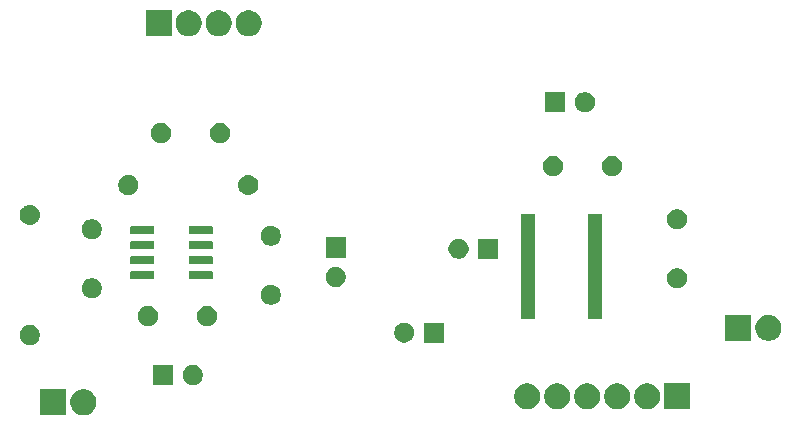
<source format=gts>
G04 #@! TF.GenerationSoftware,KiCad,Pcbnew,(5.1.2)-1*
G04 #@! TF.CreationDate,2019-12-18T16:16:50-05:00*
G04 #@! TF.ProjectId,adcBoard,61646342-6f61-4726-942e-6b696361645f,rev?*
G04 #@! TF.SameCoordinates,Original*
G04 #@! TF.FileFunction,Soldermask,Top*
G04 #@! TF.FilePolarity,Negative*
%FSLAX46Y46*%
G04 Gerber Fmt 4.6, Leading zero omitted, Abs format (unit mm)*
G04 Created by KiCad (PCBNEW (5.1.2)-1) date 2019-12-18 16:16:50*
%MOMM*%
%LPD*%
G04 APERTURE LIST*
%ADD10C,0.100000*%
G04 APERTURE END LIST*
D10*
G36*
X76754795Y-120320156D02*
G01*
X76861150Y-120341311D01*
X76950883Y-120378480D01*
X77061520Y-120424307D01*
X77241844Y-120544795D01*
X77395205Y-120698156D01*
X77515693Y-120878480D01*
X77598689Y-121078851D01*
X77641000Y-121291560D01*
X77641000Y-121508440D01*
X77598689Y-121721149D01*
X77515693Y-121921520D01*
X77395205Y-122101844D01*
X77241844Y-122255205D01*
X77061520Y-122375693D01*
X76861150Y-122458689D01*
X76754794Y-122479845D01*
X76648440Y-122501000D01*
X76431560Y-122501000D01*
X76325206Y-122479845D01*
X76218850Y-122458689D01*
X76018480Y-122375693D01*
X75838156Y-122255205D01*
X75684795Y-122101844D01*
X75564307Y-121921520D01*
X75481311Y-121721149D01*
X75439000Y-121508440D01*
X75439000Y-121291560D01*
X75481311Y-121078851D01*
X75564307Y-120878480D01*
X75684795Y-120698156D01*
X75838156Y-120544795D01*
X76018480Y-120424307D01*
X76129117Y-120378480D01*
X76218850Y-120341311D01*
X76325205Y-120320156D01*
X76431560Y-120299000D01*
X76648440Y-120299000D01*
X76754795Y-120320156D01*
X76754795Y-120320156D01*
G37*
G36*
X75101000Y-122501000D02*
G01*
X72899000Y-122501000D01*
X72899000Y-120299000D01*
X75101000Y-120299000D01*
X75101000Y-122501000D01*
X75101000Y-122501000D01*
G37*
G36*
X127901000Y-122001000D02*
G01*
X125699000Y-122001000D01*
X125699000Y-119799000D01*
X127901000Y-119799000D01*
X127901000Y-122001000D01*
X127901000Y-122001000D01*
G37*
G36*
X124474794Y-119820155D02*
G01*
X124581150Y-119841311D01*
X124781520Y-119924307D01*
X124961844Y-120044795D01*
X125115205Y-120198156D01*
X125235693Y-120378480D01*
X125318689Y-120578851D01*
X125361000Y-120791560D01*
X125361000Y-121008440D01*
X125318689Y-121221149D01*
X125235693Y-121421520D01*
X125115205Y-121601844D01*
X124961844Y-121755205D01*
X124781520Y-121875693D01*
X124681334Y-121917191D01*
X124581150Y-121958689D01*
X124474795Y-121979844D01*
X124368440Y-122001000D01*
X124151560Y-122001000D01*
X124045205Y-121979844D01*
X123938850Y-121958689D01*
X123838666Y-121917191D01*
X123738480Y-121875693D01*
X123558156Y-121755205D01*
X123404795Y-121601844D01*
X123284307Y-121421520D01*
X123201311Y-121221149D01*
X123159000Y-121008440D01*
X123159000Y-120791560D01*
X123201311Y-120578851D01*
X123284307Y-120378480D01*
X123404795Y-120198156D01*
X123558156Y-120044795D01*
X123738480Y-119924307D01*
X123938850Y-119841311D01*
X124045206Y-119820155D01*
X124151560Y-119799000D01*
X124368440Y-119799000D01*
X124474794Y-119820155D01*
X124474794Y-119820155D01*
G37*
G36*
X114314794Y-119820155D02*
G01*
X114421150Y-119841311D01*
X114621520Y-119924307D01*
X114801844Y-120044795D01*
X114955205Y-120198156D01*
X115075693Y-120378480D01*
X115158689Y-120578851D01*
X115201000Y-120791560D01*
X115201000Y-121008440D01*
X115158689Y-121221149D01*
X115075693Y-121421520D01*
X114955205Y-121601844D01*
X114801844Y-121755205D01*
X114621520Y-121875693D01*
X114521334Y-121917191D01*
X114421150Y-121958689D01*
X114314795Y-121979844D01*
X114208440Y-122001000D01*
X113991560Y-122001000D01*
X113885205Y-121979844D01*
X113778850Y-121958689D01*
X113678666Y-121917191D01*
X113578480Y-121875693D01*
X113398156Y-121755205D01*
X113244795Y-121601844D01*
X113124307Y-121421520D01*
X113041311Y-121221149D01*
X112999000Y-121008440D01*
X112999000Y-120791560D01*
X113041311Y-120578851D01*
X113124307Y-120378480D01*
X113244795Y-120198156D01*
X113398156Y-120044795D01*
X113578480Y-119924307D01*
X113778850Y-119841311D01*
X113885206Y-119820155D01*
X113991560Y-119799000D01*
X114208440Y-119799000D01*
X114314794Y-119820155D01*
X114314794Y-119820155D01*
G37*
G36*
X116854794Y-119820155D02*
G01*
X116961150Y-119841311D01*
X117161520Y-119924307D01*
X117341844Y-120044795D01*
X117495205Y-120198156D01*
X117615693Y-120378480D01*
X117698689Y-120578851D01*
X117741000Y-120791560D01*
X117741000Y-121008440D01*
X117698689Y-121221149D01*
X117615693Y-121421520D01*
X117495205Y-121601844D01*
X117341844Y-121755205D01*
X117161520Y-121875693D01*
X117061334Y-121917191D01*
X116961150Y-121958689D01*
X116854795Y-121979844D01*
X116748440Y-122001000D01*
X116531560Y-122001000D01*
X116425205Y-121979844D01*
X116318850Y-121958689D01*
X116218666Y-121917191D01*
X116118480Y-121875693D01*
X115938156Y-121755205D01*
X115784795Y-121601844D01*
X115664307Y-121421520D01*
X115581311Y-121221149D01*
X115539000Y-121008440D01*
X115539000Y-120791560D01*
X115581311Y-120578851D01*
X115664307Y-120378480D01*
X115784795Y-120198156D01*
X115938156Y-120044795D01*
X116118480Y-119924307D01*
X116318850Y-119841311D01*
X116425206Y-119820155D01*
X116531560Y-119799000D01*
X116748440Y-119799000D01*
X116854794Y-119820155D01*
X116854794Y-119820155D01*
G37*
G36*
X121934794Y-119820155D02*
G01*
X122041150Y-119841311D01*
X122241520Y-119924307D01*
X122421844Y-120044795D01*
X122575205Y-120198156D01*
X122695693Y-120378480D01*
X122778689Y-120578851D01*
X122821000Y-120791560D01*
X122821000Y-121008440D01*
X122778689Y-121221149D01*
X122695693Y-121421520D01*
X122575205Y-121601844D01*
X122421844Y-121755205D01*
X122241520Y-121875693D01*
X122141334Y-121917191D01*
X122041150Y-121958689D01*
X121934795Y-121979844D01*
X121828440Y-122001000D01*
X121611560Y-122001000D01*
X121505205Y-121979844D01*
X121398850Y-121958689D01*
X121298666Y-121917191D01*
X121198480Y-121875693D01*
X121018156Y-121755205D01*
X120864795Y-121601844D01*
X120744307Y-121421520D01*
X120661311Y-121221149D01*
X120619000Y-121008440D01*
X120619000Y-120791560D01*
X120661311Y-120578851D01*
X120744307Y-120378480D01*
X120864795Y-120198156D01*
X121018156Y-120044795D01*
X121198480Y-119924307D01*
X121398850Y-119841311D01*
X121505206Y-119820155D01*
X121611560Y-119799000D01*
X121828440Y-119799000D01*
X121934794Y-119820155D01*
X121934794Y-119820155D01*
G37*
G36*
X119394794Y-119820155D02*
G01*
X119501150Y-119841311D01*
X119701520Y-119924307D01*
X119881844Y-120044795D01*
X120035205Y-120198156D01*
X120155693Y-120378480D01*
X120238689Y-120578851D01*
X120281000Y-120791560D01*
X120281000Y-121008440D01*
X120238689Y-121221149D01*
X120155693Y-121421520D01*
X120035205Y-121601844D01*
X119881844Y-121755205D01*
X119701520Y-121875693D01*
X119601334Y-121917191D01*
X119501150Y-121958689D01*
X119394795Y-121979844D01*
X119288440Y-122001000D01*
X119071560Y-122001000D01*
X118965205Y-121979844D01*
X118858850Y-121958689D01*
X118758666Y-121917191D01*
X118658480Y-121875693D01*
X118478156Y-121755205D01*
X118324795Y-121601844D01*
X118204307Y-121421520D01*
X118121311Y-121221149D01*
X118079000Y-121008440D01*
X118079000Y-120791560D01*
X118121311Y-120578851D01*
X118204307Y-120378480D01*
X118324795Y-120198156D01*
X118478156Y-120044795D01*
X118658480Y-119924307D01*
X118858850Y-119841311D01*
X118965206Y-119820155D01*
X119071560Y-119799000D01*
X119288440Y-119799000D01*
X119394794Y-119820155D01*
X119394794Y-119820155D01*
G37*
G36*
X86048228Y-118281703D02*
G01*
X86203100Y-118345853D01*
X86342481Y-118438985D01*
X86461015Y-118557519D01*
X86554147Y-118696900D01*
X86618297Y-118851772D01*
X86651000Y-119016184D01*
X86651000Y-119183816D01*
X86618297Y-119348228D01*
X86554147Y-119503100D01*
X86461015Y-119642481D01*
X86342481Y-119761015D01*
X86203100Y-119854147D01*
X86048228Y-119918297D01*
X85883816Y-119951000D01*
X85716184Y-119951000D01*
X85551772Y-119918297D01*
X85396900Y-119854147D01*
X85257519Y-119761015D01*
X85138985Y-119642481D01*
X85045853Y-119503100D01*
X84981703Y-119348228D01*
X84949000Y-119183816D01*
X84949000Y-119016184D01*
X84981703Y-118851772D01*
X85045853Y-118696900D01*
X85138985Y-118557519D01*
X85257519Y-118438985D01*
X85396900Y-118345853D01*
X85551772Y-118281703D01*
X85716184Y-118249000D01*
X85883816Y-118249000D01*
X86048228Y-118281703D01*
X86048228Y-118281703D01*
G37*
G36*
X84151000Y-119951000D02*
G01*
X82449000Y-119951000D01*
X82449000Y-118249000D01*
X84151000Y-118249000D01*
X84151000Y-119951000D01*
X84151000Y-119951000D01*
G37*
G36*
X72248228Y-114881703D02*
G01*
X72403100Y-114945853D01*
X72542481Y-115038985D01*
X72661015Y-115157519D01*
X72754147Y-115296900D01*
X72818297Y-115451772D01*
X72851000Y-115616184D01*
X72851000Y-115783816D01*
X72818297Y-115948228D01*
X72754147Y-116103100D01*
X72661015Y-116242481D01*
X72542481Y-116361015D01*
X72403100Y-116454147D01*
X72248228Y-116518297D01*
X72083816Y-116551000D01*
X71916184Y-116551000D01*
X71751772Y-116518297D01*
X71596900Y-116454147D01*
X71457519Y-116361015D01*
X71338985Y-116242481D01*
X71245853Y-116103100D01*
X71181703Y-115948228D01*
X71149000Y-115783816D01*
X71149000Y-115616184D01*
X71181703Y-115451772D01*
X71245853Y-115296900D01*
X71338985Y-115157519D01*
X71457519Y-115038985D01*
X71596900Y-114945853D01*
X71751772Y-114881703D01*
X71916184Y-114849000D01*
X72083816Y-114849000D01*
X72248228Y-114881703D01*
X72248228Y-114881703D01*
G37*
G36*
X107051000Y-116351000D02*
G01*
X105349000Y-116351000D01*
X105349000Y-114649000D01*
X107051000Y-114649000D01*
X107051000Y-116351000D01*
X107051000Y-116351000D01*
G37*
G36*
X103948228Y-114681703D02*
G01*
X104103100Y-114745853D01*
X104242481Y-114838985D01*
X104361015Y-114957519D01*
X104454147Y-115096900D01*
X104518297Y-115251772D01*
X104551000Y-115416184D01*
X104551000Y-115583816D01*
X104518297Y-115748228D01*
X104454147Y-115903100D01*
X104361015Y-116042481D01*
X104242481Y-116161015D01*
X104103100Y-116254147D01*
X103948228Y-116318297D01*
X103783816Y-116351000D01*
X103616184Y-116351000D01*
X103451772Y-116318297D01*
X103296900Y-116254147D01*
X103157519Y-116161015D01*
X103038985Y-116042481D01*
X102945853Y-115903100D01*
X102881703Y-115748228D01*
X102849000Y-115583816D01*
X102849000Y-115416184D01*
X102881703Y-115251772D01*
X102945853Y-115096900D01*
X103038985Y-114957519D01*
X103157519Y-114838985D01*
X103296900Y-114745853D01*
X103451772Y-114681703D01*
X103616184Y-114649000D01*
X103783816Y-114649000D01*
X103948228Y-114681703D01*
X103948228Y-114681703D01*
G37*
G36*
X134734834Y-114016185D02*
G01*
X134861150Y-114041311D01*
X134961334Y-114082809D01*
X135061520Y-114124307D01*
X135241844Y-114244795D01*
X135395205Y-114398156D01*
X135515693Y-114578480D01*
X135542203Y-114642481D01*
X135585021Y-114745852D01*
X135598689Y-114778851D01*
X135641000Y-114991560D01*
X135641000Y-115208440D01*
X135623404Y-115296900D01*
X135599677Y-115416185D01*
X135598689Y-115421149D01*
X135515693Y-115621520D01*
X135395205Y-115801844D01*
X135241844Y-115955205D01*
X135061520Y-116075693D01*
X134995353Y-116103100D01*
X134861150Y-116158689D01*
X134849456Y-116161015D01*
X134648440Y-116201000D01*
X134431560Y-116201000D01*
X134230544Y-116161015D01*
X134218850Y-116158689D01*
X134084647Y-116103100D01*
X134018480Y-116075693D01*
X133838156Y-115955205D01*
X133684795Y-115801844D01*
X133564307Y-115621520D01*
X133481311Y-115421149D01*
X133480324Y-115416185D01*
X133456596Y-115296900D01*
X133439000Y-115208440D01*
X133439000Y-114991560D01*
X133481311Y-114778851D01*
X133494980Y-114745852D01*
X133537797Y-114642481D01*
X133564307Y-114578480D01*
X133684795Y-114398156D01*
X133838156Y-114244795D01*
X134018480Y-114124307D01*
X134118666Y-114082809D01*
X134218850Y-114041311D01*
X134345166Y-114016185D01*
X134431560Y-113999000D01*
X134648440Y-113999000D01*
X134734834Y-114016185D01*
X134734834Y-114016185D01*
G37*
G36*
X133101000Y-116201000D02*
G01*
X130899000Y-116201000D01*
X130899000Y-113999000D01*
X133101000Y-113999000D01*
X133101000Y-116201000D01*
X133101000Y-116201000D01*
G37*
G36*
X82248228Y-113281703D02*
G01*
X82403100Y-113345853D01*
X82542481Y-113438985D01*
X82661015Y-113557519D01*
X82754147Y-113696900D01*
X82818297Y-113851772D01*
X82851000Y-114016184D01*
X82851000Y-114183816D01*
X82818297Y-114348228D01*
X82754147Y-114503100D01*
X82661015Y-114642481D01*
X82542481Y-114761015D01*
X82403100Y-114854147D01*
X82248228Y-114918297D01*
X82083816Y-114951000D01*
X81916184Y-114951000D01*
X81751772Y-114918297D01*
X81596900Y-114854147D01*
X81457519Y-114761015D01*
X81338985Y-114642481D01*
X81245853Y-114503100D01*
X81181703Y-114348228D01*
X81149000Y-114183816D01*
X81149000Y-114016184D01*
X81181703Y-113851772D01*
X81245853Y-113696900D01*
X81338985Y-113557519D01*
X81457519Y-113438985D01*
X81596900Y-113345853D01*
X81751772Y-113281703D01*
X81916184Y-113249000D01*
X82083816Y-113249000D01*
X82248228Y-113281703D01*
X82248228Y-113281703D01*
G37*
G36*
X87248228Y-113281703D02*
G01*
X87403100Y-113345853D01*
X87542481Y-113438985D01*
X87661015Y-113557519D01*
X87754147Y-113696900D01*
X87818297Y-113851772D01*
X87851000Y-114016184D01*
X87851000Y-114183816D01*
X87818297Y-114348228D01*
X87754147Y-114503100D01*
X87661015Y-114642481D01*
X87542481Y-114761015D01*
X87403100Y-114854147D01*
X87248228Y-114918297D01*
X87083816Y-114951000D01*
X86916184Y-114951000D01*
X86751772Y-114918297D01*
X86596900Y-114854147D01*
X86457519Y-114761015D01*
X86338985Y-114642481D01*
X86245853Y-114503100D01*
X86181703Y-114348228D01*
X86149000Y-114183816D01*
X86149000Y-114016184D01*
X86181703Y-113851772D01*
X86245853Y-113696900D01*
X86338985Y-113557519D01*
X86457519Y-113438985D01*
X86596900Y-113345853D01*
X86751772Y-113281703D01*
X86916184Y-113249000D01*
X87083816Y-113249000D01*
X87248228Y-113281703D01*
X87248228Y-113281703D01*
G37*
G36*
X120451000Y-114376000D02*
G01*
X119249000Y-114376000D01*
X119249000Y-105424000D01*
X120451000Y-105424000D01*
X120451000Y-114376000D01*
X120451000Y-114376000D01*
G37*
G36*
X114751000Y-114376000D02*
G01*
X113549000Y-114376000D01*
X113549000Y-105424000D01*
X114751000Y-105424000D01*
X114751000Y-114376000D01*
X114751000Y-114376000D01*
G37*
G36*
X92648228Y-111481703D02*
G01*
X92803100Y-111545853D01*
X92942481Y-111638985D01*
X93061015Y-111757519D01*
X93154147Y-111896900D01*
X93218297Y-112051772D01*
X93251000Y-112216184D01*
X93251000Y-112383816D01*
X93218297Y-112548228D01*
X93154147Y-112703100D01*
X93061015Y-112842481D01*
X92942481Y-112961015D01*
X92803100Y-113054147D01*
X92648228Y-113118297D01*
X92483816Y-113151000D01*
X92316184Y-113151000D01*
X92151772Y-113118297D01*
X91996900Y-113054147D01*
X91857519Y-112961015D01*
X91738985Y-112842481D01*
X91645853Y-112703100D01*
X91581703Y-112548228D01*
X91549000Y-112383816D01*
X91549000Y-112216184D01*
X91581703Y-112051772D01*
X91645853Y-111896900D01*
X91738985Y-111757519D01*
X91857519Y-111638985D01*
X91996900Y-111545853D01*
X92151772Y-111481703D01*
X92316184Y-111449000D01*
X92483816Y-111449000D01*
X92648228Y-111481703D01*
X92648228Y-111481703D01*
G37*
G36*
X77498228Y-110931703D02*
G01*
X77653100Y-110995853D01*
X77792481Y-111088985D01*
X77911015Y-111207519D01*
X78004147Y-111346900D01*
X78068297Y-111501772D01*
X78101000Y-111666184D01*
X78101000Y-111833816D01*
X78068297Y-111998228D01*
X78004147Y-112153100D01*
X77911015Y-112292481D01*
X77792481Y-112411015D01*
X77653100Y-112504147D01*
X77498228Y-112568297D01*
X77333816Y-112601000D01*
X77166184Y-112601000D01*
X77001772Y-112568297D01*
X76846900Y-112504147D01*
X76707519Y-112411015D01*
X76588985Y-112292481D01*
X76495853Y-112153100D01*
X76431703Y-111998228D01*
X76399000Y-111833816D01*
X76399000Y-111666184D01*
X76431703Y-111501772D01*
X76495853Y-111346900D01*
X76588985Y-111207519D01*
X76707519Y-111088985D01*
X76846900Y-110995853D01*
X77001772Y-110931703D01*
X77166184Y-110899000D01*
X77333816Y-110899000D01*
X77498228Y-110931703D01*
X77498228Y-110931703D01*
G37*
G36*
X127048228Y-110081703D02*
G01*
X127203100Y-110145853D01*
X127342481Y-110238985D01*
X127461015Y-110357519D01*
X127554147Y-110496900D01*
X127618297Y-110651772D01*
X127651000Y-110816184D01*
X127651000Y-110983816D01*
X127618297Y-111148228D01*
X127554147Y-111303100D01*
X127461015Y-111442481D01*
X127342481Y-111561015D01*
X127203100Y-111654147D01*
X127048228Y-111718297D01*
X126883816Y-111751000D01*
X126716184Y-111751000D01*
X126551772Y-111718297D01*
X126396900Y-111654147D01*
X126257519Y-111561015D01*
X126138985Y-111442481D01*
X126045853Y-111303100D01*
X125981703Y-111148228D01*
X125949000Y-110983816D01*
X125949000Y-110816184D01*
X125981703Y-110651772D01*
X126045853Y-110496900D01*
X126138985Y-110357519D01*
X126257519Y-110238985D01*
X126396900Y-110145853D01*
X126551772Y-110081703D01*
X126716184Y-110049000D01*
X126883816Y-110049000D01*
X127048228Y-110081703D01*
X127048228Y-110081703D01*
G37*
G36*
X98148228Y-109981703D02*
G01*
X98303100Y-110045853D01*
X98442481Y-110138985D01*
X98561015Y-110257519D01*
X98654147Y-110396900D01*
X98718297Y-110551772D01*
X98751000Y-110716184D01*
X98751000Y-110883816D01*
X98718297Y-111048228D01*
X98654147Y-111203100D01*
X98561015Y-111342481D01*
X98442481Y-111461015D01*
X98303100Y-111554147D01*
X98148228Y-111618297D01*
X97983816Y-111651000D01*
X97816184Y-111651000D01*
X97651772Y-111618297D01*
X97496900Y-111554147D01*
X97357519Y-111461015D01*
X97238985Y-111342481D01*
X97145853Y-111203100D01*
X97081703Y-111048228D01*
X97049000Y-110883816D01*
X97049000Y-110716184D01*
X97081703Y-110551772D01*
X97145853Y-110396900D01*
X97238985Y-110257519D01*
X97357519Y-110138985D01*
X97496900Y-110045853D01*
X97651772Y-109981703D01*
X97816184Y-109949000D01*
X97983816Y-109949000D01*
X98148228Y-109981703D01*
X98148228Y-109981703D01*
G37*
G36*
X82459928Y-110306764D02*
G01*
X82481009Y-110313160D01*
X82500445Y-110323548D01*
X82517476Y-110337524D01*
X82531452Y-110354555D01*
X82541840Y-110373991D01*
X82548236Y-110395072D01*
X82551000Y-110423140D01*
X82551000Y-110886860D01*
X82548236Y-110914928D01*
X82541840Y-110936009D01*
X82531452Y-110955445D01*
X82517476Y-110972476D01*
X82500445Y-110986452D01*
X82481009Y-110996840D01*
X82459928Y-111003236D01*
X82431860Y-111006000D01*
X80618140Y-111006000D01*
X80590072Y-111003236D01*
X80568991Y-110996840D01*
X80549555Y-110986452D01*
X80532524Y-110972476D01*
X80518548Y-110955445D01*
X80508160Y-110936009D01*
X80501764Y-110914928D01*
X80499000Y-110886860D01*
X80499000Y-110423140D01*
X80501764Y-110395072D01*
X80508160Y-110373991D01*
X80518548Y-110354555D01*
X80532524Y-110337524D01*
X80549555Y-110323548D01*
X80568991Y-110313160D01*
X80590072Y-110306764D01*
X80618140Y-110304000D01*
X82431860Y-110304000D01*
X82459928Y-110306764D01*
X82459928Y-110306764D01*
G37*
G36*
X87409928Y-110306764D02*
G01*
X87431009Y-110313160D01*
X87450445Y-110323548D01*
X87467476Y-110337524D01*
X87481452Y-110354555D01*
X87491840Y-110373991D01*
X87498236Y-110395072D01*
X87501000Y-110423140D01*
X87501000Y-110886860D01*
X87498236Y-110914928D01*
X87491840Y-110936009D01*
X87481452Y-110955445D01*
X87467476Y-110972476D01*
X87450445Y-110986452D01*
X87431009Y-110996840D01*
X87409928Y-111003236D01*
X87381860Y-111006000D01*
X85568140Y-111006000D01*
X85540072Y-111003236D01*
X85518991Y-110996840D01*
X85499555Y-110986452D01*
X85482524Y-110972476D01*
X85468548Y-110955445D01*
X85458160Y-110936009D01*
X85451764Y-110914928D01*
X85449000Y-110886860D01*
X85449000Y-110423140D01*
X85451764Y-110395072D01*
X85458160Y-110373991D01*
X85468548Y-110354555D01*
X85482524Y-110337524D01*
X85499555Y-110323548D01*
X85518991Y-110313160D01*
X85540072Y-110306764D01*
X85568140Y-110304000D01*
X87381860Y-110304000D01*
X87409928Y-110306764D01*
X87409928Y-110306764D01*
G37*
G36*
X82459928Y-109036764D02*
G01*
X82481009Y-109043160D01*
X82500445Y-109053548D01*
X82517476Y-109067524D01*
X82531452Y-109084555D01*
X82541840Y-109103991D01*
X82548236Y-109125072D01*
X82551000Y-109153140D01*
X82551000Y-109616860D01*
X82548236Y-109644928D01*
X82541840Y-109666009D01*
X82531452Y-109685445D01*
X82517476Y-109702476D01*
X82500445Y-109716452D01*
X82481009Y-109726840D01*
X82459928Y-109733236D01*
X82431860Y-109736000D01*
X80618140Y-109736000D01*
X80590072Y-109733236D01*
X80568991Y-109726840D01*
X80549555Y-109716452D01*
X80532524Y-109702476D01*
X80518548Y-109685445D01*
X80508160Y-109666009D01*
X80501764Y-109644928D01*
X80499000Y-109616860D01*
X80499000Y-109153140D01*
X80501764Y-109125072D01*
X80508160Y-109103991D01*
X80518548Y-109084555D01*
X80532524Y-109067524D01*
X80549555Y-109053548D01*
X80568991Y-109043160D01*
X80590072Y-109036764D01*
X80618140Y-109034000D01*
X82431860Y-109034000D01*
X82459928Y-109036764D01*
X82459928Y-109036764D01*
G37*
G36*
X87409928Y-109036764D02*
G01*
X87431009Y-109043160D01*
X87450445Y-109053548D01*
X87467476Y-109067524D01*
X87481452Y-109084555D01*
X87491840Y-109103991D01*
X87498236Y-109125072D01*
X87501000Y-109153140D01*
X87501000Y-109616860D01*
X87498236Y-109644928D01*
X87491840Y-109666009D01*
X87481452Y-109685445D01*
X87467476Y-109702476D01*
X87450445Y-109716452D01*
X87431009Y-109726840D01*
X87409928Y-109733236D01*
X87381860Y-109736000D01*
X85568140Y-109736000D01*
X85540072Y-109733236D01*
X85518991Y-109726840D01*
X85499555Y-109716452D01*
X85482524Y-109702476D01*
X85468548Y-109685445D01*
X85458160Y-109666009D01*
X85451764Y-109644928D01*
X85449000Y-109616860D01*
X85449000Y-109153140D01*
X85451764Y-109125072D01*
X85458160Y-109103991D01*
X85468548Y-109084555D01*
X85482524Y-109067524D01*
X85499555Y-109053548D01*
X85518991Y-109043160D01*
X85540072Y-109036764D01*
X85568140Y-109034000D01*
X87381860Y-109034000D01*
X87409928Y-109036764D01*
X87409928Y-109036764D01*
G37*
G36*
X108548228Y-107581703D02*
G01*
X108703100Y-107645853D01*
X108842481Y-107738985D01*
X108961015Y-107857519D01*
X109054147Y-107996900D01*
X109118297Y-108151772D01*
X109151000Y-108316184D01*
X109151000Y-108483816D01*
X109118297Y-108648228D01*
X109054147Y-108803100D01*
X108961015Y-108942481D01*
X108842481Y-109061015D01*
X108703100Y-109154147D01*
X108548228Y-109218297D01*
X108383816Y-109251000D01*
X108216184Y-109251000D01*
X108051772Y-109218297D01*
X107896900Y-109154147D01*
X107757519Y-109061015D01*
X107638985Y-108942481D01*
X107545853Y-108803100D01*
X107481703Y-108648228D01*
X107449000Y-108483816D01*
X107449000Y-108316184D01*
X107481703Y-108151772D01*
X107545853Y-107996900D01*
X107638985Y-107857519D01*
X107757519Y-107738985D01*
X107896900Y-107645853D01*
X108051772Y-107581703D01*
X108216184Y-107549000D01*
X108383816Y-107549000D01*
X108548228Y-107581703D01*
X108548228Y-107581703D01*
G37*
G36*
X111651000Y-109251000D02*
G01*
X109949000Y-109251000D01*
X109949000Y-107549000D01*
X111651000Y-107549000D01*
X111651000Y-109251000D01*
X111651000Y-109251000D01*
G37*
G36*
X98751000Y-109151000D02*
G01*
X97049000Y-109151000D01*
X97049000Y-107449000D01*
X98751000Y-107449000D01*
X98751000Y-109151000D01*
X98751000Y-109151000D01*
G37*
G36*
X82459928Y-107766764D02*
G01*
X82481009Y-107773160D01*
X82500445Y-107783548D01*
X82517476Y-107797524D01*
X82531452Y-107814555D01*
X82541840Y-107833991D01*
X82548236Y-107855072D01*
X82551000Y-107883140D01*
X82551000Y-108346860D01*
X82548236Y-108374928D01*
X82541840Y-108396009D01*
X82531452Y-108415445D01*
X82517476Y-108432476D01*
X82500445Y-108446452D01*
X82481009Y-108456840D01*
X82459928Y-108463236D01*
X82431860Y-108466000D01*
X80618140Y-108466000D01*
X80590072Y-108463236D01*
X80568991Y-108456840D01*
X80549555Y-108446452D01*
X80532524Y-108432476D01*
X80518548Y-108415445D01*
X80508160Y-108396009D01*
X80501764Y-108374928D01*
X80499000Y-108346860D01*
X80499000Y-107883140D01*
X80501764Y-107855072D01*
X80508160Y-107833991D01*
X80518548Y-107814555D01*
X80532524Y-107797524D01*
X80549555Y-107783548D01*
X80568991Y-107773160D01*
X80590072Y-107766764D01*
X80618140Y-107764000D01*
X82431860Y-107764000D01*
X82459928Y-107766764D01*
X82459928Y-107766764D01*
G37*
G36*
X87409928Y-107766764D02*
G01*
X87431009Y-107773160D01*
X87450445Y-107783548D01*
X87467476Y-107797524D01*
X87481452Y-107814555D01*
X87491840Y-107833991D01*
X87498236Y-107855072D01*
X87501000Y-107883140D01*
X87501000Y-108346860D01*
X87498236Y-108374928D01*
X87491840Y-108396009D01*
X87481452Y-108415445D01*
X87467476Y-108432476D01*
X87450445Y-108446452D01*
X87431009Y-108456840D01*
X87409928Y-108463236D01*
X87381860Y-108466000D01*
X85568140Y-108466000D01*
X85540072Y-108463236D01*
X85518991Y-108456840D01*
X85499555Y-108446452D01*
X85482524Y-108432476D01*
X85468548Y-108415445D01*
X85458160Y-108396009D01*
X85451764Y-108374928D01*
X85449000Y-108346860D01*
X85449000Y-107883140D01*
X85451764Y-107855072D01*
X85458160Y-107833991D01*
X85468548Y-107814555D01*
X85482524Y-107797524D01*
X85499555Y-107783548D01*
X85518991Y-107773160D01*
X85540072Y-107766764D01*
X85568140Y-107764000D01*
X87381860Y-107764000D01*
X87409928Y-107766764D01*
X87409928Y-107766764D01*
G37*
G36*
X92648228Y-106481703D02*
G01*
X92803100Y-106545853D01*
X92942481Y-106638985D01*
X93061015Y-106757519D01*
X93154147Y-106896900D01*
X93218297Y-107051772D01*
X93251000Y-107216184D01*
X93251000Y-107383816D01*
X93218297Y-107548228D01*
X93154147Y-107703100D01*
X93061015Y-107842481D01*
X92942481Y-107961015D01*
X92803100Y-108054147D01*
X92648228Y-108118297D01*
X92483816Y-108151000D01*
X92316184Y-108151000D01*
X92151772Y-108118297D01*
X91996900Y-108054147D01*
X91857519Y-107961015D01*
X91738985Y-107842481D01*
X91645853Y-107703100D01*
X91581703Y-107548228D01*
X91549000Y-107383816D01*
X91549000Y-107216184D01*
X91581703Y-107051772D01*
X91645853Y-106896900D01*
X91738985Y-106757519D01*
X91857519Y-106638985D01*
X91996900Y-106545853D01*
X92151772Y-106481703D01*
X92316184Y-106449000D01*
X92483816Y-106449000D01*
X92648228Y-106481703D01*
X92648228Y-106481703D01*
G37*
G36*
X77498228Y-105931703D02*
G01*
X77653100Y-105995853D01*
X77792481Y-106088985D01*
X77911015Y-106207519D01*
X78004147Y-106346900D01*
X78068297Y-106501772D01*
X78101000Y-106666184D01*
X78101000Y-106833816D01*
X78068297Y-106998228D01*
X78004147Y-107153100D01*
X77911015Y-107292481D01*
X77792481Y-107411015D01*
X77653100Y-107504147D01*
X77498228Y-107568297D01*
X77333816Y-107601000D01*
X77166184Y-107601000D01*
X77001772Y-107568297D01*
X76846900Y-107504147D01*
X76707519Y-107411015D01*
X76588985Y-107292481D01*
X76495853Y-107153100D01*
X76431703Y-106998228D01*
X76399000Y-106833816D01*
X76399000Y-106666184D01*
X76431703Y-106501772D01*
X76495853Y-106346900D01*
X76588985Y-106207519D01*
X76707519Y-106088985D01*
X76846900Y-105995853D01*
X77001772Y-105931703D01*
X77166184Y-105899000D01*
X77333816Y-105899000D01*
X77498228Y-105931703D01*
X77498228Y-105931703D01*
G37*
G36*
X82459928Y-106496764D02*
G01*
X82481009Y-106503160D01*
X82500445Y-106513548D01*
X82517476Y-106527524D01*
X82531452Y-106544555D01*
X82541840Y-106563991D01*
X82548236Y-106585072D01*
X82551000Y-106613140D01*
X82551000Y-107076860D01*
X82548236Y-107104928D01*
X82541840Y-107126009D01*
X82531452Y-107145445D01*
X82517476Y-107162476D01*
X82500445Y-107176452D01*
X82481009Y-107186840D01*
X82459928Y-107193236D01*
X82431860Y-107196000D01*
X80618140Y-107196000D01*
X80590072Y-107193236D01*
X80568991Y-107186840D01*
X80549555Y-107176452D01*
X80532524Y-107162476D01*
X80518548Y-107145445D01*
X80508160Y-107126009D01*
X80501764Y-107104928D01*
X80499000Y-107076860D01*
X80499000Y-106613140D01*
X80501764Y-106585072D01*
X80508160Y-106563991D01*
X80518548Y-106544555D01*
X80532524Y-106527524D01*
X80549555Y-106513548D01*
X80568991Y-106503160D01*
X80590072Y-106496764D01*
X80618140Y-106494000D01*
X82431860Y-106494000D01*
X82459928Y-106496764D01*
X82459928Y-106496764D01*
G37*
G36*
X87409928Y-106496764D02*
G01*
X87431009Y-106503160D01*
X87450445Y-106513548D01*
X87467476Y-106527524D01*
X87481452Y-106544555D01*
X87491840Y-106563991D01*
X87498236Y-106585072D01*
X87501000Y-106613140D01*
X87501000Y-107076860D01*
X87498236Y-107104928D01*
X87491840Y-107126009D01*
X87481452Y-107145445D01*
X87467476Y-107162476D01*
X87450445Y-107176452D01*
X87431009Y-107186840D01*
X87409928Y-107193236D01*
X87381860Y-107196000D01*
X85568140Y-107196000D01*
X85540072Y-107193236D01*
X85518991Y-107186840D01*
X85499555Y-107176452D01*
X85482524Y-107162476D01*
X85468548Y-107145445D01*
X85458160Y-107126009D01*
X85451764Y-107104928D01*
X85449000Y-107076860D01*
X85449000Y-106613140D01*
X85451764Y-106585072D01*
X85458160Y-106563991D01*
X85468548Y-106544555D01*
X85482524Y-106527524D01*
X85499555Y-106513548D01*
X85518991Y-106503160D01*
X85540072Y-106496764D01*
X85568140Y-106494000D01*
X87381860Y-106494000D01*
X87409928Y-106496764D01*
X87409928Y-106496764D01*
G37*
G36*
X127048228Y-105081703D02*
G01*
X127203100Y-105145853D01*
X127342481Y-105238985D01*
X127461015Y-105357519D01*
X127554147Y-105496900D01*
X127618297Y-105651772D01*
X127651000Y-105816184D01*
X127651000Y-105983816D01*
X127618297Y-106148228D01*
X127554147Y-106303100D01*
X127461015Y-106442481D01*
X127342481Y-106561015D01*
X127203100Y-106654147D01*
X127048228Y-106718297D01*
X126883816Y-106751000D01*
X126716184Y-106751000D01*
X126551772Y-106718297D01*
X126396900Y-106654147D01*
X126257519Y-106561015D01*
X126138985Y-106442481D01*
X126045853Y-106303100D01*
X125981703Y-106148228D01*
X125949000Y-105983816D01*
X125949000Y-105816184D01*
X125981703Y-105651772D01*
X126045853Y-105496900D01*
X126138985Y-105357519D01*
X126257519Y-105238985D01*
X126396900Y-105145853D01*
X126551772Y-105081703D01*
X126716184Y-105049000D01*
X126883816Y-105049000D01*
X127048228Y-105081703D01*
X127048228Y-105081703D01*
G37*
G36*
X72166823Y-104701313D02*
G01*
X72327242Y-104749976D01*
X72459906Y-104820886D01*
X72475078Y-104828996D01*
X72604659Y-104935341D01*
X72711004Y-105064922D01*
X72711005Y-105064924D01*
X72790024Y-105212758D01*
X72838687Y-105373177D01*
X72855117Y-105540000D01*
X72838687Y-105706823D01*
X72790024Y-105867242D01*
X72727714Y-105983815D01*
X72711004Y-106015078D01*
X72604659Y-106144659D01*
X72475078Y-106251004D01*
X72475076Y-106251005D01*
X72327242Y-106330024D01*
X72166823Y-106378687D01*
X72041804Y-106391000D01*
X71958196Y-106391000D01*
X71833177Y-106378687D01*
X71672758Y-106330024D01*
X71524924Y-106251005D01*
X71524922Y-106251004D01*
X71395341Y-106144659D01*
X71288996Y-106015078D01*
X71272286Y-105983815D01*
X71209976Y-105867242D01*
X71161313Y-105706823D01*
X71144883Y-105540000D01*
X71161313Y-105373177D01*
X71209976Y-105212758D01*
X71288995Y-105064924D01*
X71288996Y-105064922D01*
X71395341Y-104935341D01*
X71524922Y-104828996D01*
X71540094Y-104820886D01*
X71672758Y-104749976D01*
X71833177Y-104701313D01*
X71958196Y-104689000D01*
X72041804Y-104689000D01*
X72166823Y-104701313D01*
X72166823Y-104701313D01*
G37*
G36*
X90666823Y-102161313D02*
G01*
X90827242Y-102209976D01*
X90894361Y-102245852D01*
X90975078Y-102288996D01*
X91104659Y-102395341D01*
X91211004Y-102524922D01*
X91211005Y-102524924D01*
X91290024Y-102672758D01*
X91338687Y-102833177D01*
X91355117Y-103000000D01*
X91338687Y-103166823D01*
X91290024Y-103327242D01*
X91249477Y-103403100D01*
X91211004Y-103475078D01*
X91104659Y-103604659D01*
X90975078Y-103711004D01*
X90975076Y-103711005D01*
X90827242Y-103790024D01*
X90666823Y-103838687D01*
X90541804Y-103851000D01*
X90458196Y-103851000D01*
X90333177Y-103838687D01*
X90172758Y-103790024D01*
X90024924Y-103711005D01*
X90024922Y-103711004D01*
X89895341Y-103604659D01*
X89788996Y-103475078D01*
X89750523Y-103403100D01*
X89709976Y-103327242D01*
X89661313Y-103166823D01*
X89644883Y-103000000D01*
X89661313Y-102833177D01*
X89709976Y-102672758D01*
X89788995Y-102524924D01*
X89788996Y-102524922D01*
X89895341Y-102395341D01*
X90024922Y-102288996D01*
X90105639Y-102245852D01*
X90172758Y-102209976D01*
X90333177Y-102161313D01*
X90458196Y-102149000D01*
X90541804Y-102149000D01*
X90666823Y-102161313D01*
X90666823Y-102161313D01*
G37*
G36*
X80588228Y-102181703D02*
G01*
X80743100Y-102245853D01*
X80882481Y-102338985D01*
X81001015Y-102457519D01*
X81094147Y-102596900D01*
X81158297Y-102751772D01*
X81191000Y-102916184D01*
X81191000Y-103083816D01*
X81158297Y-103248228D01*
X81094147Y-103403100D01*
X81001015Y-103542481D01*
X80882481Y-103661015D01*
X80743100Y-103754147D01*
X80588228Y-103818297D01*
X80423816Y-103851000D01*
X80256184Y-103851000D01*
X80091772Y-103818297D01*
X79936900Y-103754147D01*
X79797519Y-103661015D01*
X79678985Y-103542481D01*
X79585853Y-103403100D01*
X79521703Y-103248228D01*
X79489000Y-103083816D01*
X79489000Y-102916184D01*
X79521703Y-102751772D01*
X79585853Y-102596900D01*
X79678985Y-102457519D01*
X79797519Y-102338985D01*
X79936900Y-102245853D01*
X80091772Y-102181703D01*
X80256184Y-102149000D01*
X80423816Y-102149000D01*
X80588228Y-102181703D01*
X80588228Y-102181703D01*
G37*
G36*
X121548228Y-100581703D02*
G01*
X121703100Y-100645853D01*
X121842481Y-100738985D01*
X121961015Y-100857519D01*
X122054147Y-100996900D01*
X122118297Y-101151772D01*
X122151000Y-101316184D01*
X122151000Y-101483816D01*
X122118297Y-101648228D01*
X122054147Y-101803100D01*
X121961015Y-101942481D01*
X121842481Y-102061015D01*
X121703100Y-102154147D01*
X121548228Y-102218297D01*
X121383816Y-102251000D01*
X121216184Y-102251000D01*
X121051772Y-102218297D01*
X120896900Y-102154147D01*
X120757519Y-102061015D01*
X120638985Y-101942481D01*
X120545853Y-101803100D01*
X120481703Y-101648228D01*
X120449000Y-101483816D01*
X120449000Y-101316184D01*
X120481703Y-101151772D01*
X120545853Y-100996900D01*
X120638985Y-100857519D01*
X120757519Y-100738985D01*
X120896900Y-100645853D01*
X121051772Y-100581703D01*
X121216184Y-100549000D01*
X121383816Y-100549000D01*
X121548228Y-100581703D01*
X121548228Y-100581703D01*
G37*
G36*
X116548228Y-100581703D02*
G01*
X116703100Y-100645853D01*
X116842481Y-100738985D01*
X116961015Y-100857519D01*
X117054147Y-100996900D01*
X117118297Y-101151772D01*
X117151000Y-101316184D01*
X117151000Y-101483816D01*
X117118297Y-101648228D01*
X117054147Y-101803100D01*
X116961015Y-101942481D01*
X116842481Y-102061015D01*
X116703100Y-102154147D01*
X116548228Y-102218297D01*
X116383816Y-102251000D01*
X116216184Y-102251000D01*
X116051772Y-102218297D01*
X115896900Y-102154147D01*
X115757519Y-102061015D01*
X115638985Y-101942481D01*
X115545853Y-101803100D01*
X115481703Y-101648228D01*
X115449000Y-101483816D01*
X115449000Y-101316184D01*
X115481703Y-101151772D01*
X115545853Y-100996900D01*
X115638985Y-100857519D01*
X115757519Y-100738985D01*
X115896900Y-100645853D01*
X116051772Y-100581703D01*
X116216184Y-100549000D01*
X116383816Y-100549000D01*
X116548228Y-100581703D01*
X116548228Y-100581703D01*
G37*
G36*
X83348228Y-97781703D02*
G01*
X83503100Y-97845853D01*
X83642481Y-97938985D01*
X83761015Y-98057519D01*
X83854147Y-98196900D01*
X83918297Y-98351772D01*
X83951000Y-98516184D01*
X83951000Y-98683816D01*
X83918297Y-98848228D01*
X83854147Y-99003100D01*
X83761015Y-99142481D01*
X83642481Y-99261015D01*
X83503100Y-99354147D01*
X83348228Y-99418297D01*
X83183816Y-99451000D01*
X83016184Y-99451000D01*
X82851772Y-99418297D01*
X82696900Y-99354147D01*
X82557519Y-99261015D01*
X82438985Y-99142481D01*
X82345853Y-99003100D01*
X82281703Y-98848228D01*
X82249000Y-98683816D01*
X82249000Y-98516184D01*
X82281703Y-98351772D01*
X82345853Y-98196900D01*
X82438985Y-98057519D01*
X82557519Y-97938985D01*
X82696900Y-97845853D01*
X82851772Y-97781703D01*
X83016184Y-97749000D01*
X83183816Y-97749000D01*
X83348228Y-97781703D01*
X83348228Y-97781703D01*
G37*
G36*
X88348228Y-97781703D02*
G01*
X88503100Y-97845853D01*
X88642481Y-97938985D01*
X88761015Y-98057519D01*
X88854147Y-98196900D01*
X88918297Y-98351772D01*
X88951000Y-98516184D01*
X88951000Y-98683816D01*
X88918297Y-98848228D01*
X88854147Y-99003100D01*
X88761015Y-99142481D01*
X88642481Y-99261015D01*
X88503100Y-99354147D01*
X88348228Y-99418297D01*
X88183816Y-99451000D01*
X88016184Y-99451000D01*
X87851772Y-99418297D01*
X87696900Y-99354147D01*
X87557519Y-99261015D01*
X87438985Y-99142481D01*
X87345853Y-99003100D01*
X87281703Y-98848228D01*
X87249000Y-98683816D01*
X87249000Y-98516184D01*
X87281703Y-98351772D01*
X87345853Y-98196900D01*
X87438985Y-98057519D01*
X87557519Y-97938985D01*
X87696900Y-97845853D01*
X87851772Y-97781703D01*
X88016184Y-97749000D01*
X88183816Y-97749000D01*
X88348228Y-97781703D01*
X88348228Y-97781703D01*
G37*
G36*
X119248228Y-95181703D02*
G01*
X119403100Y-95245853D01*
X119542481Y-95338985D01*
X119661015Y-95457519D01*
X119754147Y-95596900D01*
X119818297Y-95751772D01*
X119851000Y-95916184D01*
X119851000Y-96083816D01*
X119818297Y-96248228D01*
X119754147Y-96403100D01*
X119661015Y-96542481D01*
X119542481Y-96661015D01*
X119403100Y-96754147D01*
X119248228Y-96818297D01*
X119083816Y-96851000D01*
X118916184Y-96851000D01*
X118751772Y-96818297D01*
X118596900Y-96754147D01*
X118457519Y-96661015D01*
X118338985Y-96542481D01*
X118245853Y-96403100D01*
X118181703Y-96248228D01*
X118149000Y-96083816D01*
X118149000Y-95916184D01*
X118181703Y-95751772D01*
X118245853Y-95596900D01*
X118338985Y-95457519D01*
X118457519Y-95338985D01*
X118596900Y-95245853D01*
X118751772Y-95181703D01*
X118916184Y-95149000D01*
X119083816Y-95149000D01*
X119248228Y-95181703D01*
X119248228Y-95181703D01*
G37*
G36*
X117351000Y-96851000D02*
G01*
X115649000Y-96851000D01*
X115649000Y-95149000D01*
X117351000Y-95149000D01*
X117351000Y-96851000D01*
X117351000Y-96851000D01*
G37*
G36*
X88194794Y-88220155D02*
G01*
X88301150Y-88241311D01*
X88501520Y-88324307D01*
X88681844Y-88444795D01*
X88835205Y-88598156D01*
X88955693Y-88778480D01*
X89038689Y-88978851D01*
X89081000Y-89191560D01*
X89081000Y-89408440D01*
X89038689Y-89621149D01*
X88955693Y-89821520D01*
X88835205Y-90001844D01*
X88681844Y-90155205D01*
X88501520Y-90275693D01*
X88401334Y-90317191D01*
X88301150Y-90358689D01*
X88194795Y-90379844D01*
X88088440Y-90401000D01*
X87871560Y-90401000D01*
X87765205Y-90379844D01*
X87658850Y-90358689D01*
X87558666Y-90317191D01*
X87458480Y-90275693D01*
X87278156Y-90155205D01*
X87124795Y-90001844D01*
X87004307Y-89821520D01*
X86921311Y-89621149D01*
X86879000Y-89408440D01*
X86879000Y-89191560D01*
X86921311Y-88978851D01*
X87004307Y-88778480D01*
X87124795Y-88598156D01*
X87278156Y-88444795D01*
X87458480Y-88324307D01*
X87658850Y-88241311D01*
X87765206Y-88220155D01*
X87871560Y-88199000D01*
X88088440Y-88199000D01*
X88194794Y-88220155D01*
X88194794Y-88220155D01*
G37*
G36*
X90734794Y-88220155D02*
G01*
X90841150Y-88241311D01*
X91041520Y-88324307D01*
X91221844Y-88444795D01*
X91375205Y-88598156D01*
X91495693Y-88778480D01*
X91578689Y-88978851D01*
X91621000Y-89191560D01*
X91621000Y-89408440D01*
X91578689Y-89621149D01*
X91495693Y-89821520D01*
X91375205Y-90001844D01*
X91221844Y-90155205D01*
X91041520Y-90275693D01*
X90941334Y-90317191D01*
X90841150Y-90358689D01*
X90734795Y-90379844D01*
X90628440Y-90401000D01*
X90411560Y-90401000D01*
X90305205Y-90379844D01*
X90198850Y-90358689D01*
X90098666Y-90317191D01*
X89998480Y-90275693D01*
X89818156Y-90155205D01*
X89664795Y-90001844D01*
X89544307Y-89821520D01*
X89461311Y-89621149D01*
X89419000Y-89408440D01*
X89419000Y-89191560D01*
X89461311Y-88978851D01*
X89544307Y-88778480D01*
X89664795Y-88598156D01*
X89818156Y-88444795D01*
X89998480Y-88324307D01*
X90198850Y-88241311D01*
X90305206Y-88220155D01*
X90411560Y-88199000D01*
X90628440Y-88199000D01*
X90734794Y-88220155D01*
X90734794Y-88220155D01*
G37*
G36*
X85654794Y-88220155D02*
G01*
X85761150Y-88241311D01*
X85961520Y-88324307D01*
X86141844Y-88444795D01*
X86295205Y-88598156D01*
X86415693Y-88778480D01*
X86498689Y-88978851D01*
X86541000Y-89191560D01*
X86541000Y-89408440D01*
X86498689Y-89621149D01*
X86415693Y-89821520D01*
X86295205Y-90001844D01*
X86141844Y-90155205D01*
X85961520Y-90275693D01*
X85861334Y-90317191D01*
X85761150Y-90358689D01*
X85654795Y-90379844D01*
X85548440Y-90401000D01*
X85331560Y-90401000D01*
X85225205Y-90379844D01*
X85118850Y-90358689D01*
X85018666Y-90317191D01*
X84918480Y-90275693D01*
X84738156Y-90155205D01*
X84584795Y-90001844D01*
X84464307Y-89821520D01*
X84381311Y-89621149D01*
X84339000Y-89408440D01*
X84339000Y-89191560D01*
X84381311Y-88978851D01*
X84464307Y-88778480D01*
X84584795Y-88598156D01*
X84738156Y-88444795D01*
X84918480Y-88324307D01*
X85118850Y-88241311D01*
X85225206Y-88220155D01*
X85331560Y-88199000D01*
X85548440Y-88199000D01*
X85654794Y-88220155D01*
X85654794Y-88220155D01*
G37*
G36*
X84001000Y-90401000D02*
G01*
X81799000Y-90401000D01*
X81799000Y-88199000D01*
X84001000Y-88199000D01*
X84001000Y-90401000D01*
X84001000Y-90401000D01*
G37*
M02*

</source>
